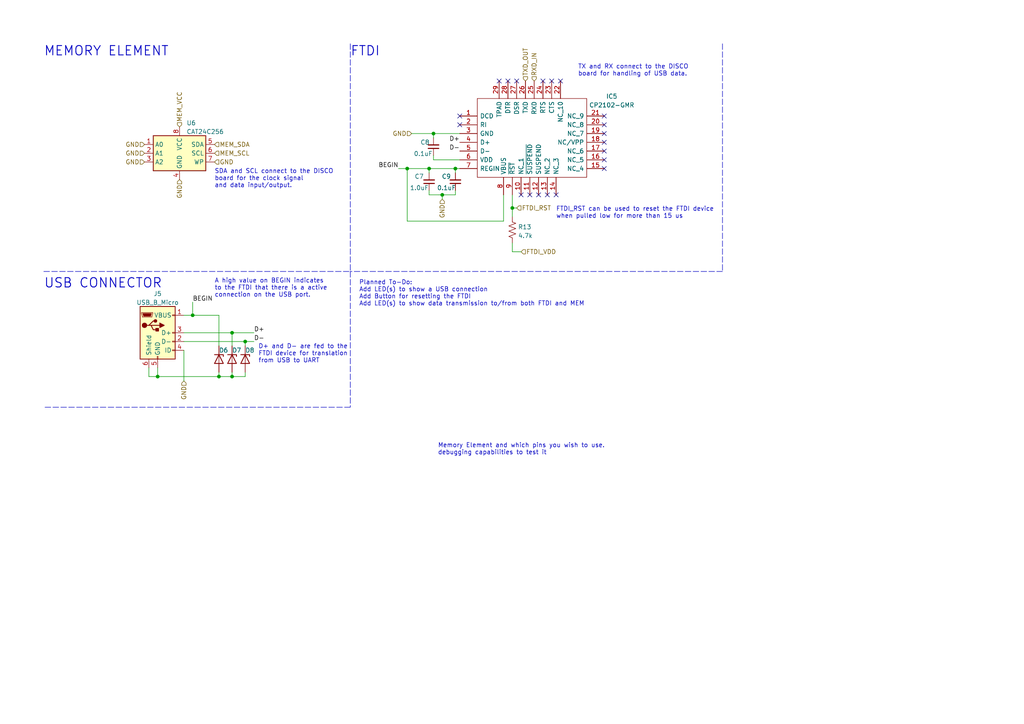
<source format=kicad_sch>
(kicad_sch (version 20211123) (generator eeschema)
  (paper "A4")
  (title_block (title "Microcontroller Interfacing Subsystem") (date "2022-03-11") (rev "V0.2") (company "University of Cape Town") (comment 1 "@Authors David Young (YNGDAV005)") (comment 2 "@Project EEE3088F-Team-9"))
  (lib_symbols
    (symbol "CP2102-GMR:CP2102-GMR" (pin_names (offset 0.762))
      (property "Reference" "IC?" (at 27.5815 17.1365 0))
      (property "Value" "CP2102-GMR" (at 27.5815 14.5996 0))
      (symbol "CP2102-GMR_0_0"
        (pin passive line (at -16.51 11.43 0) (length 5.08) (name "DCD") (number "1"))
        (pin passive line (at 1.27 -11.43 90) (length 5.08) (name "NC_1") (number "10"))
        (pin passive line (at 3.81 -11.43 90) (length 5.08) (name "~{SUSPEND}") (number "11"))
        (pin passive line (at 6.35 -11.43 90) (length 5.08) (name "SUSPEND") (number "12"))
        (pin passive line (at 8.89 -11.43 90) (length 5.08) (name "NC_2") (number "13"))
        (pin passive line (at 11.43 -11.43 90) (length 5.08) (name "NC_3") (number "14"))
        (pin passive line (at 25.4 -3.81 180) (length 5.08) (name "NC_4") (number "15"))
        (pin passive line (at 25.4 -1.27 180) (length 5.08) (name "NC_5") (number "16"))
        (pin passive line (at 25.4 1.27 180) (length 5.08) (name "NC_6") (number "17"))
        (pin passive line (at 25.4 3.81 180) (length 5.08) (name "NC/VPP") (number "18"))
        (pin passive line (at 25.4 6.35 180) (length 5.08) (name "NC_7") (number "19"))
        (pin passive line (at -16.51 8.89 0) (length 5.08) (name "RI") (number "2"))
        (pin passive line (at 25.4 8.89 180) (length 5.08) (name "NC_8") (number "20"))
        (pin passive line (at 25.4 11.43 180) (length 5.08) (name "NC_9") (number "21"))
        (pin passive line (at 12.7 21.59 270) (length 5.08) (name "NC_10") (number "22"))
        (pin passive line (at 10.16 21.59 270) (length 5.08) (name "CTS") (number "23"))
        (pin passive line (at 7.62 21.59 270) (length 5.08) (name "RTS") (number "24"))
        (pin passive line (at 5.08 21.59 270) (length 5.08) (name "RXD") (number "25"))
        (pin passive line (at 2.54 21.59 270) (length 5.08) (name "TXD") (number "26"))
        (pin passive line (at 0 21.59 270) (length 5.08) (name "DSR") (number "27"))
        (pin passive line (at -2.54 21.59 270) (length 5.08) (name "DTR") (number "28"))
        (pin passive line (at -5.08 21.59 270) (length 5.08) (name "TPAD") (number "29"))
        (pin passive line (at -16.51 6.35 0) (length 5.08) (name "GND") (number "3"))
        (pin passive line (at -16.51 3.81 0) (length 5.08) (name "D+") (number "4"))
        (pin passive line (at -16.51 1.27 0) (length 5.08) (name "D-") (number "5"))
        (pin passive line (at -16.51 -1.27 0) (length 5.08) (name "VDD") (number "6"))
        (pin passive line (at -16.51 -3.81 0) (length 5.08) (name "REGIN") (number "7"))
        (pin passive line (at -3.81 -11.43 90) (length 5.08) (name "VBUS") (number "8"))
        (pin passive line (at -1.27 -11.43 90) (length 5.08) (name "~{RST}") (number "9"))
      )
      (symbol "CP2102-GMR_0_1"
        (polyline (pts (xy -11.43 16.51) (xy 20.32 16.51) (xy 20.32 -6.35) (xy -11.43 -6.35) (xy -11.43 16.51)) (stroke (width 0.1524)))
      )
    )
    (symbol "Connector:USB_B_Micro" (pin_names (offset 1.016))
      (property "Reference" "J" (at -5.08 11.43 0))
      (property "Value" "USB_B_Micro" (at -5.08 8.89 0))
      (symbol "USB_B_Micro_0_1"
        (rectangle (start -5.08 -7.62) (end 5.08 7.62) (stroke (width 0.254)) (fill (type background)))
        (circle (center -3.81 2.159) (radius 0.635) (stroke (width 0.254)) (fill (type outline)))
        (circle (center -0.635 3.429) (radius 0.381) (stroke (width 0.254)) (fill (type outline)))
        (rectangle (start -0.127 -7.62) (end 0.127 -6.858))
        (polyline (pts (xy -1.905 2.159) (xy 0.635 2.159)) (stroke (width 0.254)))
        (polyline (pts (xy -3.175 2.159) (xy -2.54 2.159) (xy -1.27 3.429) (xy -0.635 3.429)) (stroke (width 0.254)))
        (polyline (pts (xy -2.54 2.159) (xy -1.905 2.159) (xy -1.27 0.889) (xy 0 0.889)) (stroke (width 0.254)))
        (polyline (pts (xy 0.635 2.794) (xy 0.635 1.524) (xy 1.905 2.159) (xy 0.635 2.794)) (stroke (width 0.254)) (fill (type outline)))
        (polyline (pts (xy -4.318 5.588) (xy -1.778 5.588) (xy -2.032 4.826) (xy -4.064 4.826) (xy -4.318 5.588)) (fill (type outline)))
        (polyline (pts (xy -4.699 5.842) (xy -4.699 5.588) (xy -4.445 4.826) (xy -4.445 4.572) (xy -1.651 4.572) (xy -1.651 4.826) (xy -1.397 5.588) (xy -1.397 5.842) (xy -4.699 5.842)))
        (rectangle (start 0.254 1.27) (end -0.508 0.508) (stroke (width 0.254)) (fill (type outline)))
        (rectangle (start 5.08 -5.207) (end 4.318 -4.953))
        (rectangle (start 5.08 -2.667) (end 4.318 -2.413))
        (rectangle (start 5.08 -0.127) (end 4.318 0.127))
        (rectangle (start 5.08 4.953) (end 4.318 5.207))
      )
      (symbol "USB_B_Micro_1_1"
        (pin power_out line (at 7.62 5.08 180) (length 2.54) (name "VBUS") (number "1"))
        (pin bidirectional line (at 7.62 -2.54 180) (length 2.54) (name "D-") (number "2"))
        (pin bidirectional line (at 7.62 0 180) (length 2.54) (name "D+") (number "3"))
        (pin passive line (at 7.62 -5.08 180) (length 2.54) (name "ID") (number "4"))
        (pin power_out line (at 0 -10.16 90) (length 2.54) (name "GND") (number "5"))
        (pin passive line (at -2.54 -10.16 90) (length 2.54) (name "Shield") (number "6"))
      )
    )
    (symbol "Device:C_Small" (pin_numbers hide) (pin_names (offset 0.254) hide)
      (property "Reference" "C" (at 0.254 1.778 0))
      (property "Value" "C_Small" (at 0.254 -2.032 0))
      (symbol "C_Small_0_1"
        (polyline (pts (xy -1.524 -0.508) (xy 1.524 -0.508)) (stroke (width 0.3302)))
        (polyline (pts (xy -1.524 0.508) (xy 1.524 0.508)) (stroke (width 0.3048)))
      )
      (symbol "C_Small_1_1"
        (pin passive line (at 0 2.54 270) (length 2.032) (name "~") (number "1"))
        (pin passive line (at 0 -2.54 90) (length 2.032) (name "~") (number "2"))
      )
    )
    (symbol "Device:R_US" (pin_numbers hide) (pin_names (offset 0))
      (property "Reference" "R" (at 2.54 0 90))
      (property "Value" "R_US" (at -2.54 0 90))
      (symbol "R_US_0_1"
        (polyline (pts (xy 0 -2.286) (xy 0 -2.54)))
        (polyline (pts (xy 0 2.286) (xy 0 2.54)))
        (polyline (pts (xy 0 -0.762) (xy 1.016 -1.143) (xy 0 -1.524) (xy -1.016 -1.905) (xy 0 -2.286)))
        (polyline (pts (xy 0 0.762) (xy 1.016 0.381) (xy 0 0) (xy -1.016 -0.381) (xy 0 -0.762)))
        (polyline (pts (xy 0 2.286) (xy 1.016 1.905) (xy 0 1.524) (xy -1.016 1.143) (xy 0 0.762)))
      )
      (symbol "R_US_1_1"
        (pin passive line (at 0 3.81 270) (length 1.27) (name "~") (number "1"))
        (pin passive line (at 0 -3.81 90) (length 1.27) (name "~") (number "2"))
      )
    )
    (symbol "Diode:ZMMxx" (pin_numbers hide) (pin_names (offset 1.016) hide)
      (property "Reference" "D" (at 0 2.54 0))
      (property "Value" "ZMMxx" (at 0 -2.54 0))
      (symbol "ZMMxx_0_1"
        (polyline (pts (xy 1.27 0) (xy -1.27 0)))
        (polyline (pts (xy -1.27 -1.27) (xy -1.27 1.27) (xy -0.762 1.27)) (stroke (width 0.254)))
        (polyline (pts (xy 1.27 -1.27) (xy 1.27 1.27) (xy -1.27 0) (xy 1.27 -1.27)) (stroke (width 0.254)))
      )
      (symbol "ZMMxx_1_1"
        (pin passive line (at -3.81 0 0) (length 2.54) (name "K") (number "1"))
        (pin passive line (at 3.81 0 180) (length 2.54) (name "A") (number "2"))
      )
    )
    (symbol "Memory_EEPROM:CAT24C256"
      (property "Reference" "U6" (at 2.0194 8.7798 0))
      (property "Value" "CAT24C256" (at 2.0194 6.2429 0))
      (symbol "CAT24C256_1_1"
        (rectangle (start -7.62 5.08) (end 7.62 -5.08) (stroke (width 0.254)) (fill (type background)))
        (pin input line (at -10.16 2.54 0) (length 2.54) (name "A0") (number "1"))
        (pin input line (at -10.16 0 0) (length 2.54) (name "A1") (number "2"))
        (pin input line (at -10.16 -2.54 0) (length 2.54) (name "A2") (number "3"))
        (pin power_out line (at 0 -7.62 90) (length 2.54) (name "GND") (number "4"))
        (pin bidirectional line (at 10.16 2.54 180) (length 2.54) (name "SDA") (number "5"))
        (pin input line (at 10.16 0 180) (length 2.54) (name "SCL") (number "6"))
        (pin input line (at 10.16 -2.54 180) (length 2.54) (name "WP") (number "7"))
        (pin input line (at 0 7.62 270) (length 2.54) (name "VCC") (number "8"))
      )
    )
  )
  (junction (at 128.27 56.515))
  (junction (at 124.46 48.895))
  (junction (at 45.72 109.22))
  (junction (at 118.11 48.895))
  (junction (at 55.88 91.44))
  (junction (at 132.08 48.895))
  (junction (at 71.12 99.06))
  (junction (at 125.73 38.735))
  (junction (at 63.5 109.22))
  (junction (at 67.31 96.52))
  (junction (at 148.59 60.325))
  (junction (at 67.31 109.22))
  (no_connect (at 133.35 36.195))
  (no_connect (at 133.35 33.655))
  (no_connect (at 161.29 56.515))
  (no_connect (at 158.75 56.515))
  (no_connect (at 151.13 56.515))
  (no_connect (at 153.67 56.515))
  (no_connect (at 156.21 56.515))
  (no_connect (at 147.32 23.495))
  (no_connect (at 160.02 23.495))
  (no_connect (at 144.78 23.495))
  (no_connect (at 162.56 23.495))
  (no_connect (at 157.48 23.495))
  (no_connect (at 149.86 23.495))
  (no_connect (at 175.26 48.895))
  (no_connect (at 175.26 46.355))
  (no_connect (at 175.26 33.655))
  (no_connect (at 175.26 43.815))
  (no_connect (at 175.26 38.735))
  (no_connect (at 175.26 41.275))
  (no_connect (at 175.26 36.195))
  (wire (pts (xy 148.59 73.025) (xy 151.13 73.025)))
  (wire (pts (xy 128.27 56.515) (xy 128.27 57.785)))
  (wire (pts (xy 63.5 107.95) (xy 63.5 109.22)))
  (wire (pts (xy 43.18 106.68) (xy 43.18 109.22)))
  (wire (pts (xy 67.31 96.52) (xy 67.31 100.33)))
  (wire (pts (xy 55.88 87.63) (xy 55.88 91.44)))
  (polyline (pts (xy 101.6 78.74) (xy 101.6 118.11)))
  (wire (pts (xy 125.73 45.085) (xy 125.73 46.355)))
  (polyline (pts (xy 209.55 78.74) (xy 101.6 78.74)))
  (wire (pts (xy 53.34 101.6) (xy 53.34 110.49)))
  (wire (pts (xy 146.05 64.135) (xy 118.11 64.135)))
  (wire (pts (xy 67.31 96.52) (xy 73.66 96.52)))
  (wire (pts (xy 45.72 109.22) (xy 63.5 109.22)))
  (wire (pts (xy 53.34 96.52) (xy 67.31 96.52)))
  (wire (pts (xy 63.5 91.44) (xy 63.5 100.33)))
  (wire (pts (xy 67.31 107.95) (xy 67.31 109.22)))
  (wire (pts (xy 133.35 46.355) (xy 125.73 46.355)))
  (wire (pts (xy 128.27 56.515) (xy 132.08 56.515)))
  (wire (pts (xy 53.34 91.44) (xy 55.88 91.44)))
  (wire (pts (xy 71.12 99.06) (xy 71.12 100.33)))
  (wire (pts (xy 118.11 48.895) (xy 124.46 48.895)))
  (polyline (pts (xy 101.6 118.11) (xy 12.7 118.11)))
  (wire (pts (xy 132.08 55.245) (xy 132.08 56.515)))
  (wire (pts (xy 118.11 48.895) (xy 118.11 64.135)))
  (wire (pts (xy 63.5 109.22) (xy 67.31 109.22)))
  (wire (pts (xy 148.59 60.325) (xy 148.59 62.865)))
  (wire (pts (xy 115.57 48.895) (xy 118.11 48.895)))
  (polyline (pts (xy 209.55 12.7) (xy 209.55 78.74)))
  (wire (pts (xy 132.08 48.895) (xy 133.35 48.895)))
  (wire (pts (xy 43.18 109.22) (xy 45.72 109.22)))
  (wire (pts (xy 124.46 48.895) (xy 132.08 48.895)))
  (wire (pts (xy 125.73 40.005) (xy 125.73 38.735)))
  (polyline (pts (xy 12.7 78.74) (xy 101.6 78.74)))
  (wire (pts (xy 45.72 106.68) (xy 45.72 109.22)))
  (wire (pts (xy 148.59 70.485) (xy 148.59 73.025)))
  (wire (pts (xy 125.73 38.735) (xy 133.35 38.735)))
  (wire (pts (xy 132.08 48.895) (xy 132.08 50.165)))
  (wire (pts (xy 71.12 99.06) (xy 73.66 99.06)))
  (wire (pts (xy 148.59 56.515) (xy 148.59 60.325)))
  (polyline (pts (xy 101.6 12.7) (xy 101.6 78.74)))
  (wire (pts (xy 71.12 109.22) (xy 71.12 107.95)))
  (wire (pts (xy 124.46 55.245) (xy 124.46 56.515)))
  (wire (pts (xy 67.31 109.22) (xy 71.12 109.22)))
  (wire (pts (xy 125.73 38.735) (xy 119.38 38.735)))
  (wire (pts (xy 55.88 91.44) (xy 63.5 91.44)))
  (wire (pts (xy 148.59 60.325) (xy 149.86 60.325)))
  (wire (pts (xy 146.05 56.515) (xy 146.05 64.135)))
  (wire (pts (xy 53.34 99.06) (xy 71.12 99.06)))
  (wire (pts (xy 124.46 48.895) (xy 124.46 50.165)))
  (wire (pts (xy 124.46 56.515) (xy 128.27 56.515)))
  (text "SDA and SCL connect to the DISCO\nboard for the clock signal\nand data input/output." (at 62.23 54.61 0) (effects (font (size 1.27 1.27)) (justify left bottom)))
  (text "FTDI\n" (at 101.6 16.51 0) (effects (font (size 2.7 2.7) (thickness 0.254) bold) (justify left bottom)))
  (text "MEMORY ELEMENT" (at 12.7 16.51 0) (effects (font (size 2.7 2.7) (thickness 0.254) bold) (justify left bottom)))
  (text "TX and RX connect to the DISCO\nboard for handling of USB data." (at 167.64 22.225 0) (effects (font (size 1.27 1.27)) (justify left bottom)))
  (text "Memory Element and which pins you wish to use.\ndebugging capabilities to test it\n" (at 127 132.08 0) (effects (font (size 1.27 1.27)) (justify left bottom)))
  (text "A high value on BEGIN indicates\nto the FTDI that there is a active\nconnection on the USB port.\n" (at 62.23 86.36 0) (effects (font (size 1.27 1.27)) (justify left bottom)))
  (text "D+ and D- are fed to the\nFTDI device for translation \nfrom USB to UART" (at 74.93 105.41 0) (effects (font (size 1.27 1.27)) (justify left bottom)))
  (text "USB CONNECTOR\n" (at 12.7 83.82 0) (effects (font (size 2.7 2.7) (thickness 0.254) bold) (justify left bottom)))
  (text "FTDI_RST can be used to reset the FTDI device\nwhen pulled low for more than 15 us " (at 161.29 63.5 0) (effects (font (size 1.27 1.27)) (justify left bottom)))
  (text "Planned To-Do:\nAdd LED(s) to show a USB connection\nAdd Button for resetting the FTDI\nAdd LED(s) to show data transmission to/from both FTDI and MEM " (at 104.14 88.9 0) (effects (font (size 1.27 1.27)) (justify left bottom)))
  (label "BEGIN" (at 55.88 87.63 0))
  (label "D+" (at 133.35 41.275 180))
  (label "D+" (at 73.66 96.52 0))
  (label "D-" (at 133.35 43.815 180))
  (label "D-" (at 73.66 99.06 0))
  (label "BEGIN" (at 115.57 48.895 180))
  (hierarchical_label "GND" (shape input) (at 53.34 110.49 270))
  (hierarchical_label "GND" (shape input) (at 119.38 38.735 180))
  (hierarchical_label "GND" (shape input) (at 41.91 46.99 180))
  (hierarchical_label "MEM_SCL" (shape input) (at 62.23 44.45 0))
  (hierarchical_label "FTDI_VDD" (shape input) (at 151.13 73.025 0))
  (hierarchical_label "GND" (shape input) (at 128.27 57.785 270))
  (hierarchical_label "GND" (shape input) (at 41.91 44.45 180))
  (hierarchical_label "RXD_IN" (shape input) (at 154.94 23.495 90))
  (hierarchical_label "MEM_SDA" (shape input) (at 62.23 41.91 0))
  (hierarchical_label "GND" (shape input) (at 62.23 46.99 0))
  (hierarchical_label "FTDI_RST" (shape input) (at 149.86 60.325 0))
  (hierarchical_label "GND" (shape input) (at 41.91 41.91 180))
  (hierarchical_label "MEM_VCC" (shape input) (at 52.07 36.83 90))
  (hierarchical_label "GND" (shape input) (at 52.07 52.07 270))
  (hierarchical_label "TXD_OUT" (shape input) (at 152.4 23.495 90))
  (symbol (lib_id "CP2102-GMR:CP2102-GMR") (at 149.86 45.085 0) (unit 1)
    (property "Reference" "IC5" (at 177.4415 27.9485 0))
    (property "Value" "CP2102-GMR" (at 177.4415 30.4854 0))
    (property "Datasheet" "https://www.silabs.com/Support%20Documents/TechnicalDocs/CP2102-9.pdf" (effects hide))
    (property "Description" "I/O Controller Interface IC USB-TO-UART BRIDGE, qfn-28" (effects hide))
    (property "Height" "1" (effects hide))
    (property "Manufacturer_Name" "Silicon Labs" (effects hide))
    (property "Manufacturer_Part_Number" "CP2102-GMR" (effects hide))
    (property "Mouser Part Number" "634-CP2102-GMR" (effects hide))
    (property "Mouser Price/Stock" "https://www.mouser.co.uk/ProductDetail/Silicon-Labs/CP2102-GMR?qs=cNyzPCcHMUWu%2FiPhR8KQAw%3D%3D" (effects hide))
    (property "Arrow Part Number" "CP2102-GMR" (effects hide))
    (property "Arrow Price/Stock" "https://www.arrow.com/en/products/cp2102-gmr/silicon-labs?region=nac" (effects hide))
  )
  (symbol (lib_id "Device:R_US") (at 148.59 66.675 0) (unit 1)
    (property "Reference" "R13" (at 150.241 65.8403 0) (effects (justify left)))
    (property "Value" "4.7k" (at 150.241 68.3772 0) (effects (justify left)))
    (property "Footprint" "Resistor_SMD:R_0805_2012Metric" (effects hide))
  )
  (symbol (lib_id "Memory_EEPROM:CAT24C256") (at 52.07 44.45 0) (unit 1)
    (property "Reference" "U6" (at 54.0894 35.6702 0) (effects (justify left)))
    (property "Value" "CAT24C256" (at 54.0894 38.2071 0) (effects (justify left)))
    (property "Datasheet" "https://www.onsemi.cn/PowerSolutions/document/CAT24C256-D.PDF" (effects hide))
  )
  (symbol (lib_id "Device:C_Small") (at 132.08 52.705 0) (mirror x) (unit 1)
    (property "Reference" "C9" (at 130.81 51.181 0) (effects (justify right)))
    (property "Value" "0.1uF" (at 126.746 54.483 0) (effects (justify left)))
  )
  (symbol (lib_id "Device:C_Small") (at 125.73 42.545 180) (unit 1)
    (property "Reference" "C8" (at 121.92 41.275 0) (effects (justify right)))
    (property "Value" "0.1uF" (at 125.476 44.577 0) (effects (justify left)))
  )
  (symbol (lib_id "Connector:USB_B_Micro") (at 45.72 96.52 0) (unit 1)
    (property "Reference" "J5" (at 45.72 85.2002 0))
    (property "Value" "USB_B_Micro" (at 45.72 87.7371 0))
  )
  (symbol (lib_id "Device:C_Small") (at 124.46 52.705 0) (mirror x) (unit 1)
    (property "Reference" "C7" (at 122.936 51.181 0) (effects (justify right)))
    (property "Value" "1.0uF" (at 118.872 54.483 0) (effects (justify left)))
  )
  (symbol (lib_id "Diode:ZMMxx") (at 63.5 104.14 270) (unit 1)
    (property "Reference" "D6" (at 63.5 101.6 90) (effects (justify left)))
    (property "Value" "ZMMxx" (effects hide))
    (property "Footprint" "Diode_SMD:D_MiniMELF" (effects hide))
    (property "Datasheet" "https://diotec.com/tl_files/diotec/files/pdf/datasheets/zmm1.pdf" (effects hide))
  )
  (symbol (lib_id "Diode:ZMMxx") (at 71.12 104.14 270) (unit 1)
    (property "Reference" "D8" (at 71.12 101.6 90) (effects (justify left)))
    (property "Value" "ZMMxx" (effects hide))
    (property "Footprint" "Diode_SMD:D_MiniMELF" (effects hide))
    (property "Datasheet" "https://diotec.com/tl_files/diotec/files/pdf/datasheets/zmm1.pdf" (effects hide))
  )
  (symbol (lib_id "Diode:ZMMxx") (at 67.31 104.14 270) (unit 1)
    (property "Reference" "D7" (at 67.31 101.6 90) (effects (justify left)))
    (property "Value" "ZMMxx" (effects hide))
    (property "Footprint" "Diode_SMD:D_MiniMELF" (effects hide))
    (property "Datasheet" "https://diotec.com/tl_files/diotec/files/pdf/datasheets/zmm1.pdf" (effects hide))
  )
)
</source>
